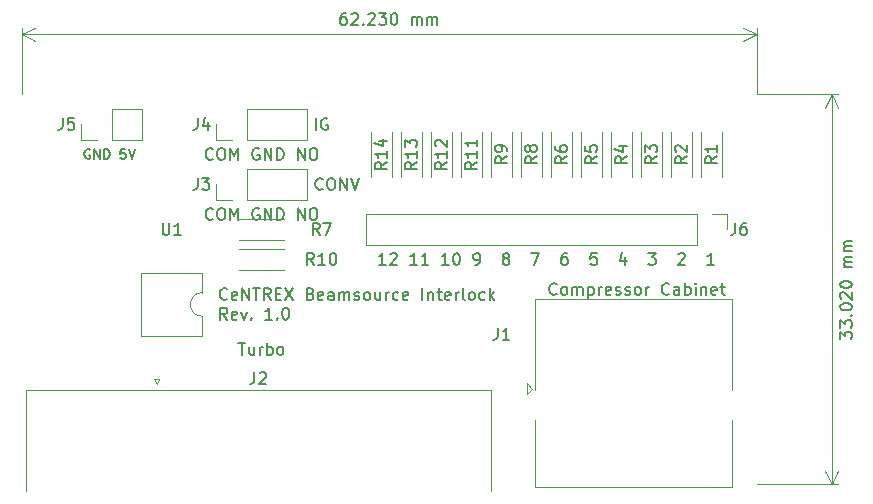
<source format=gto>
G04 #@! TF.GenerationSoftware,KiCad,Pcbnew,(6.0.0-rc1-dev-392-gd9d005190)*
G04 #@! TF.CreationDate,2019-08-06T20:11:49-04:00*
G04 #@! TF.ProjectId,relay_ctrl,72656C61795F6374726C2E6B69636164,rev?*
G04 #@! TF.SameCoordinates,Original*
G04 #@! TF.FileFunction,Legend,Top*
G04 #@! TF.FilePolarity,Positive*
%FSLAX46Y46*%
G04 Gerber Fmt 4.6, Leading zero omitted, Abs format (unit mm)*
G04 Created by KiCad (PCBNEW (6.0.0-rc1-dev-392-gd9d005190)) date 08/06/19 20:11:49*
%MOMM*%
%LPD*%
G01*
G04 APERTURE LIST*
%ADD10C,0.150000*%
%ADD11C,0.120000*%
G04 APERTURE END LIST*
D10*
X150820952Y-121007142D02*
X150773333Y-121054761D01*
X150630476Y-121102380D01*
X150535238Y-121102380D01*
X150392380Y-121054761D01*
X150297142Y-120959523D01*
X150249523Y-120864285D01*
X150201904Y-120673809D01*
X150201904Y-120530952D01*
X150249523Y-120340476D01*
X150297142Y-120245238D01*
X150392380Y-120150000D01*
X150535238Y-120102380D01*
X150630476Y-120102380D01*
X150773333Y-120150000D01*
X150820952Y-120197619D01*
X151440000Y-120102380D02*
X151630476Y-120102380D01*
X151725714Y-120150000D01*
X151820952Y-120245238D01*
X151868571Y-120435714D01*
X151868571Y-120769047D01*
X151820952Y-120959523D01*
X151725714Y-121054761D01*
X151630476Y-121102380D01*
X151440000Y-121102380D01*
X151344761Y-121054761D01*
X151249523Y-120959523D01*
X151201904Y-120769047D01*
X151201904Y-120435714D01*
X151249523Y-120245238D01*
X151344761Y-120150000D01*
X151440000Y-120102380D01*
X152297142Y-121102380D02*
X152297142Y-120102380D01*
X152630476Y-120816666D01*
X152963809Y-120102380D01*
X152963809Y-121102380D01*
X154725714Y-120150000D02*
X154630476Y-120102380D01*
X154487619Y-120102380D01*
X154344761Y-120150000D01*
X154249523Y-120245238D01*
X154201904Y-120340476D01*
X154154285Y-120530952D01*
X154154285Y-120673809D01*
X154201904Y-120864285D01*
X154249523Y-120959523D01*
X154344761Y-121054761D01*
X154487619Y-121102380D01*
X154582857Y-121102380D01*
X154725714Y-121054761D01*
X154773333Y-121007142D01*
X154773333Y-120673809D01*
X154582857Y-120673809D01*
X155201904Y-121102380D02*
X155201904Y-120102380D01*
X155773333Y-121102380D01*
X155773333Y-120102380D01*
X156249523Y-121102380D02*
X156249523Y-120102380D01*
X156487619Y-120102380D01*
X156630476Y-120150000D01*
X156725714Y-120245238D01*
X156773333Y-120340476D01*
X156820952Y-120530952D01*
X156820952Y-120673809D01*
X156773333Y-120864285D01*
X156725714Y-120959523D01*
X156630476Y-121054761D01*
X156487619Y-121102380D01*
X156249523Y-121102380D01*
X158011428Y-121102380D02*
X158011428Y-120102380D01*
X158582857Y-121102380D01*
X158582857Y-120102380D01*
X159249523Y-120102380D02*
X159440000Y-120102380D01*
X159535238Y-120150000D01*
X159630476Y-120245238D01*
X159678095Y-120435714D01*
X159678095Y-120769047D01*
X159630476Y-120959523D01*
X159535238Y-121054761D01*
X159440000Y-121102380D01*
X159249523Y-121102380D01*
X159154285Y-121054761D01*
X159059047Y-120959523D01*
X159011428Y-120769047D01*
X159011428Y-120435714D01*
X159059047Y-120245238D01*
X159154285Y-120150000D01*
X159249523Y-120102380D01*
X150820952Y-115927142D02*
X150773333Y-115974761D01*
X150630476Y-116022380D01*
X150535238Y-116022380D01*
X150392380Y-115974761D01*
X150297142Y-115879523D01*
X150249523Y-115784285D01*
X150201904Y-115593809D01*
X150201904Y-115450952D01*
X150249523Y-115260476D01*
X150297142Y-115165238D01*
X150392380Y-115070000D01*
X150535238Y-115022380D01*
X150630476Y-115022380D01*
X150773333Y-115070000D01*
X150820952Y-115117619D01*
X151440000Y-115022380D02*
X151630476Y-115022380D01*
X151725714Y-115070000D01*
X151820952Y-115165238D01*
X151868571Y-115355714D01*
X151868571Y-115689047D01*
X151820952Y-115879523D01*
X151725714Y-115974761D01*
X151630476Y-116022380D01*
X151440000Y-116022380D01*
X151344761Y-115974761D01*
X151249523Y-115879523D01*
X151201904Y-115689047D01*
X151201904Y-115355714D01*
X151249523Y-115165238D01*
X151344761Y-115070000D01*
X151440000Y-115022380D01*
X152297142Y-116022380D02*
X152297142Y-115022380D01*
X152630476Y-115736666D01*
X152963809Y-115022380D01*
X152963809Y-116022380D01*
X154725714Y-115070000D02*
X154630476Y-115022380D01*
X154487619Y-115022380D01*
X154344761Y-115070000D01*
X154249523Y-115165238D01*
X154201904Y-115260476D01*
X154154285Y-115450952D01*
X154154285Y-115593809D01*
X154201904Y-115784285D01*
X154249523Y-115879523D01*
X154344761Y-115974761D01*
X154487619Y-116022380D01*
X154582857Y-116022380D01*
X154725714Y-115974761D01*
X154773333Y-115927142D01*
X154773333Y-115593809D01*
X154582857Y-115593809D01*
X155201904Y-116022380D02*
X155201904Y-115022380D01*
X155773333Y-116022380D01*
X155773333Y-115022380D01*
X156249523Y-116022380D02*
X156249523Y-115022380D01*
X156487619Y-115022380D01*
X156630476Y-115070000D01*
X156725714Y-115165238D01*
X156773333Y-115260476D01*
X156820952Y-115450952D01*
X156820952Y-115593809D01*
X156773333Y-115784285D01*
X156725714Y-115879523D01*
X156630476Y-115974761D01*
X156487619Y-116022380D01*
X156249523Y-116022380D01*
X158011428Y-116022380D02*
X158011428Y-115022380D01*
X158582857Y-116022380D01*
X158582857Y-115022380D01*
X159249523Y-115022380D02*
X159440000Y-115022380D01*
X159535238Y-115070000D01*
X159630476Y-115165238D01*
X159678095Y-115355714D01*
X159678095Y-115689047D01*
X159630476Y-115879523D01*
X159535238Y-115974761D01*
X159440000Y-116022380D01*
X159249523Y-116022380D01*
X159154285Y-115974761D01*
X159059047Y-115879523D01*
X159011428Y-115689047D01*
X159011428Y-115355714D01*
X159059047Y-115165238D01*
X159154285Y-115070000D01*
X159249523Y-115022380D01*
X160123333Y-118467142D02*
X160075714Y-118514761D01*
X159932857Y-118562380D01*
X159837619Y-118562380D01*
X159694761Y-118514761D01*
X159599523Y-118419523D01*
X159551904Y-118324285D01*
X159504285Y-118133809D01*
X159504285Y-117990952D01*
X159551904Y-117800476D01*
X159599523Y-117705238D01*
X159694761Y-117610000D01*
X159837619Y-117562380D01*
X159932857Y-117562380D01*
X160075714Y-117610000D01*
X160123333Y-117657619D01*
X160742380Y-117562380D02*
X160932857Y-117562380D01*
X161028095Y-117610000D01*
X161123333Y-117705238D01*
X161170952Y-117895714D01*
X161170952Y-118229047D01*
X161123333Y-118419523D01*
X161028095Y-118514761D01*
X160932857Y-118562380D01*
X160742380Y-118562380D01*
X160647142Y-118514761D01*
X160551904Y-118419523D01*
X160504285Y-118229047D01*
X160504285Y-117895714D01*
X160551904Y-117705238D01*
X160647142Y-117610000D01*
X160742380Y-117562380D01*
X161599523Y-118562380D02*
X161599523Y-117562380D01*
X162170952Y-118562380D01*
X162170952Y-117562380D01*
X162504285Y-117562380D02*
X162837619Y-118562380D01*
X163170952Y-117562380D01*
X159520000Y-113482380D02*
X159520000Y-112482380D01*
X160520000Y-112530000D02*
X160424761Y-112482380D01*
X160281904Y-112482380D01*
X160139047Y-112530000D01*
X160043809Y-112625238D01*
X159996190Y-112720476D01*
X159948571Y-112910952D01*
X159948571Y-113053809D01*
X159996190Y-113244285D01*
X160043809Y-113339523D01*
X160139047Y-113434761D01*
X160281904Y-113482380D01*
X160377142Y-113482380D01*
X160520000Y-113434761D01*
X160567619Y-113387142D01*
X160567619Y-113053809D01*
X160377142Y-113053809D01*
X162068333Y-103592381D02*
X161877857Y-103592381D01*
X161782619Y-103640001D01*
X161735000Y-103687620D01*
X161639761Y-103830477D01*
X161592142Y-104020953D01*
X161592142Y-104401905D01*
X161639761Y-104497143D01*
X161687380Y-104544762D01*
X161782619Y-104592381D01*
X161973095Y-104592381D01*
X162068333Y-104544762D01*
X162115952Y-104497143D01*
X162163571Y-104401905D01*
X162163571Y-104163810D01*
X162115952Y-104068572D01*
X162068333Y-104020953D01*
X161973095Y-103973334D01*
X161782619Y-103973334D01*
X161687380Y-104020953D01*
X161639761Y-104068572D01*
X161592142Y-104163810D01*
X162544523Y-103687620D02*
X162592142Y-103640001D01*
X162687380Y-103592381D01*
X162925476Y-103592381D01*
X163020714Y-103640001D01*
X163068333Y-103687620D01*
X163115952Y-103782858D01*
X163115952Y-103878096D01*
X163068333Y-104020953D01*
X162496904Y-104592381D01*
X163115952Y-104592381D01*
X163544523Y-104497143D02*
X163592142Y-104544762D01*
X163544523Y-104592381D01*
X163496904Y-104544762D01*
X163544523Y-104497143D01*
X163544523Y-104592381D01*
X163973095Y-103687620D02*
X164020714Y-103640001D01*
X164115952Y-103592381D01*
X164354047Y-103592381D01*
X164449285Y-103640001D01*
X164496904Y-103687620D01*
X164544523Y-103782858D01*
X164544523Y-103878096D01*
X164496904Y-104020953D01*
X163925476Y-104592381D01*
X164544523Y-104592381D01*
X164877857Y-103592381D02*
X165496904Y-103592381D01*
X165163571Y-103973334D01*
X165306428Y-103973334D01*
X165401666Y-104020953D01*
X165449285Y-104068572D01*
X165496904Y-104163810D01*
X165496904Y-104401905D01*
X165449285Y-104497143D01*
X165401666Y-104544762D01*
X165306428Y-104592381D01*
X165020714Y-104592381D01*
X164925476Y-104544762D01*
X164877857Y-104497143D01*
X166115952Y-103592381D02*
X166211190Y-103592381D01*
X166306428Y-103640001D01*
X166354047Y-103687620D01*
X166401666Y-103782858D01*
X166449285Y-103973334D01*
X166449285Y-104211429D01*
X166401666Y-104401905D01*
X166354047Y-104497143D01*
X166306428Y-104544762D01*
X166211190Y-104592381D01*
X166115952Y-104592381D01*
X166020714Y-104544762D01*
X165973095Y-104497143D01*
X165925476Y-104401905D01*
X165877857Y-104211429D01*
X165877857Y-103973334D01*
X165925476Y-103782858D01*
X165973095Y-103687620D01*
X166020714Y-103640001D01*
X166115952Y-103592381D01*
X167639761Y-104592381D02*
X167639761Y-103925715D01*
X167639761Y-104020953D02*
X167687380Y-103973334D01*
X167782619Y-103925715D01*
X167925476Y-103925715D01*
X168020714Y-103973334D01*
X168068333Y-104068572D01*
X168068333Y-104592381D01*
X168068333Y-104068572D02*
X168115952Y-103973334D01*
X168211190Y-103925715D01*
X168354047Y-103925715D01*
X168449285Y-103973334D01*
X168496904Y-104068572D01*
X168496904Y-104592381D01*
X168973095Y-104592381D02*
X168973095Y-103925715D01*
X168973095Y-104020953D02*
X169020714Y-103973334D01*
X169115952Y-103925715D01*
X169258809Y-103925715D01*
X169354047Y-103973334D01*
X169401666Y-104068572D01*
X169401666Y-104592381D01*
X169401666Y-104068572D02*
X169449285Y-103973334D01*
X169544523Y-103925715D01*
X169687380Y-103925715D01*
X169782619Y-103973334D01*
X169830238Y-104068572D01*
X169830238Y-104592381D01*
D11*
X196850000Y-105410001D02*
X134620000Y-105410001D01*
X196850000Y-110490000D02*
X196850000Y-104823580D01*
X134620000Y-110490000D02*
X134620000Y-104823580D01*
X134620000Y-105410001D02*
X135746504Y-104823580D01*
X134620000Y-105410001D02*
X135746504Y-105996422D01*
X196850000Y-105410001D02*
X195723496Y-104823580D01*
X196850000Y-105410001D02*
X195723496Y-105996422D01*
D10*
X203922380Y-131190476D02*
X203922380Y-130571428D01*
X204303333Y-130904761D01*
X204303333Y-130761904D01*
X204350952Y-130666666D01*
X204398571Y-130619047D01*
X204493809Y-130571428D01*
X204731904Y-130571428D01*
X204827142Y-130619047D01*
X204874761Y-130666666D01*
X204922380Y-130761904D01*
X204922380Y-131047619D01*
X204874761Y-131142857D01*
X204827142Y-131190476D01*
X203922380Y-130238095D02*
X203922380Y-129619047D01*
X204303333Y-129952380D01*
X204303333Y-129809523D01*
X204350952Y-129714285D01*
X204398571Y-129666666D01*
X204493809Y-129619047D01*
X204731904Y-129619047D01*
X204827142Y-129666666D01*
X204874761Y-129714285D01*
X204922380Y-129809523D01*
X204922380Y-130095238D01*
X204874761Y-130190476D01*
X204827142Y-130238095D01*
X204827142Y-129190476D02*
X204874761Y-129142857D01*
X204922380Y-129190476D01*
X204874761Y-129238095D01*
X204827142Y-129190476D01*
X204922380Y-129190476D01*
X203922380Y-128523809D02*
X203922380Y-128428571D01*
X203970000Y-128333333D01*
X204017619Y-128285714D01*
X204112857Y-128238095D01*
X204303333Y-128190476D01*
X204541428Y-128190476D01*
X204731904Y-128238095D01*
X204827142Y-128285714D01*
X204874761Y-128333333D01*
X204922380Y-128428571D01*
X204922380Y-128523809D01*
X204874761Y-128619047D01*
X204827142Y-128666666D01*
X204731904Y-128714285D01*
X204541428Y-128761904D01*
X204303333Y-128761904D01*
X204112857Y-128714285D01*
X204017619Y-128666666D01*
X203970000Y-128619047D01*
X203922380Y-128523809D01*
X204017619Y-127809523D02*
X203970000Y-127761904D01*
X203922380Y-127666666D01*
X203922380Y-127428571D01*
X203970000Y-127333333D01*
X204017619Y-127285714D01*
X204112857Y-127238095D01*
X204208095Y-127238095D01*
X204350952Y-127285714D01*
X204922380Y-127857142D01*
X204922380Y-127238095D01*
X203922380Y-126619047D02*
X203922380Y-126523809D01*
X203970000Y-126428571D01*
X204017619Y-126380952D01*
X204112857Y-126333333D01*
X204303333Y-126285714D01*
X204541428Y-126285714D01*
X204731904Y-126333333D01*
X204827142Y-126380952D01*
X204874761Y-126428571D01*
X204922380Y-126523809D01*
X204922380Y-126619047D01*
X204874761Y-126714285D01*
X204827142Y-126761904D01*
X204731904Y-126809523D01*
X204541428Y-126857142D01*
X204303333Y-126857142D01*
X204112857Y-126809523D01*
X204017619Y-126761904D01*
X203970000Y-126714285D01*
X203922380Y-126619047D01*
X204922380Y-125095238D02*
X204255714Y-125095238D01*
X204350952Y-125095238D02*
X204303333Y-125047619D01*
X204255714Y-124952380D01*
X204255714Y-124809523D01*
X204303333Y-124714285D01*
X204398571Y-124666666D01*
X204922380Y-124666666D01*
X204398571Y-124666666D02*
X204303333Y-124619047D01*
X204255714Y-124523809D01*
X204255714Y-124380952D01*
X204303333Y-124285714D01*
X204398571Y-124238095D01*
X204922380Y-124238095D01*
X204922380Y-123761904D02*
X204255714Y-123761904D01*
X204350952Y-123761904D02*
X204303333Y-123714285D01*
X204255714Y-123619047D01*
X204255714Y-123476190D01*
X204303333Y-123380952D01*
X204398571Y-123333333D01*
X204922380Y-123333333D01*
X204398571Y-123333333D02*
X204303333Y-123285714D01*
X204255714Y-123190476D01*
X204255714Y-123047619D01*
X204303333Y-122952380D01*
X204398571Y-122904761D01*
X204922380Y-122904761D01*
D11*
X203200000Y-143510000D02*
X203200000Y-110490000D01*
X196850000Y-143510000D02*
X203786421Y-143510000D01*
X196850000Y-110490000D02*
X203786421Y-110490000D01*
X203200000Y-110490000D02*
X203786421Y-111616504D01*
X203200000Y-110490000D02*
X202613579Y-111616504D01*
X203200000Y-143510000D02*
X203786421Y-142383496D01*
X203200000Y-143510000D02*
X202613579Y-142383496D01*
D10*
X152037023Y-127802142D02*
X151989404Y-127849761D01*
X151846547Y-127897380D01*
X151751309Y-127897380D01*
X151608452Y-127849761D01*
X151513214Y-127754523D01*
X151465595Y-127659285D01*
X151417976Y-127468809D01*
X151417976Y-127325952D01*
X151465595Y-127135476D01*
X151513214Y-127040238D01*
X151608452Y-126945000D01*
X151751309Y-126897380D01*
X151846547Y-126897380D01*
X151989404Y-126945000D01*
X152037023Y-126992619D01*
X152846547Y-127849761D02*
X152751309Y-127897380D01*
X152560833Y-127897380D01*
X152465595Y-127849761D01*
X152417976Y-127754523D01*
X152417976Y-127373571D01*
X152465595Y-127278333D01*
X152560833Y-127230714D01*
X152751309Y-127230714D01*
X152846547Y-127278333D01*
X152894166Y-127373571D01*
X152894166Y-127468809D01*
X152417976Y-127564047D01*
X153322738Y-127897380D02*
X153322738Y-126897380D01*
X153894166Y-127897380D01*
X153894166Y-126897380D01*
X154227500Y-126897380D02*
X154798928Y-126897380D01*
X154513214Y-127897380D02*
X154513214Y-126897380D01*
X155703690Y-127897380D02*
X155370357Y-127421190D01*
X155132261Y-127897380D02*
X155132261Y-126897380D01*
X155513214Y-126897380D01*
X155608452Y-126945000D01*
X155656071Y-126992619D01*
X155703690Y-127087857D01*
X155703690Y-127230714D01*
X155656071Y-127325952D01*
X155608452Y-127373571D01*
X155513214Y-127421190D01*
X155132261Y-127421190D01*
X156132261Y-127373571D02*
X156465595Y-127373571D01*
X156608452Y-127897380D02*
X156132261Y-127897380D01*
X156132261Y-126897380D01*
X156608452Y-126897380D01*
X156941785Y-126897380D02*
X157608452Y-127897380D01*
X157608452Y-126897380D02*
X156941785Y-127897380D01*
X159084642Y-127373571D02*
X159227500Y-127421190D01*
X159275119Y-127468809D01*
X159322738Y-127564047D01*
X159322738Y-127706904D01*
X159275119Y-127802142D01*
X159227500Y-127849761D01*
X159132261Y-127897380D01*
X158751309Y-127897380D01*
X158751309Y-126897380D01*
X159084642Y-126897380D01*
X159179880Y-126945000D01*
X159227500Y-126992619D01*
X159275119Y-127087857D01*
X159275119Y-127183095D01*
X159227500Y-127278333D01*
X159179880Y-127325952D01*
X159084642Y-127373571D01*
X158751309Y-127373571D01*
X160132261Y-127849761D02*
X160037023Y-127897380D01*
X159846547Y-127897380D01*
X159751309Y-127849761D01*
X159703690Y-127754523D01*
X159703690Y-127373571D01*
X159751309Y-127278333D01*
X159846547Y-127230714D01*
X160037023Y-127230714D01*
X160132261Y-127278333D01*
X160179880Y-127373571D01*
X160179880Y-127468809D01*
X159703690Y-127564047D01*
X161037023Y-127897380D02*
X161037023Y-127373571D01*
X160989404Y-127278333D01*
X160894166Y-127230714D01*
X160703690Y-127230714D01*
X160608452Y-127278333D01*
X161037023Y-127849761D02*
X160941785Y-127897380D01*
X160703690Y-127897380D01*
X160608452Y-127849761D01*
X160560833Y-127754523D01*
X160560833Y-127659285D01*
X160608452Y-127564047D01*
X160703690Y-127516428D01*
X160941785Y-127516428D01*
X161037023Y-127468809D01*
X161513214Y-127897380D02*
X161513214Y-127230714D01*
X161513214Y-127325952D02*
X161560833Y-127278333D01*
X161656071Y-127230714D01*
X161798928Y-127230714D01*
X161894166Y-127278333D01*
X161941785Y-127373571D01*
X161941785Y-127897380D01*
X161941785Y-127373571D02*
X161989404Y-127278333D01*
X162084642Y-127230714D01*
X162227500Y-127230714D01*
X162322738Y-127278333D01*
X162370357Y-127373571D01*
X162370357Y-127897380D01*
X162798928Y-127849761D02*
X162894166Y-127897380D01*
X163084642Y-127897380D01*
X163179880Y-127849761D01*
X163227500Y-127754523D01*
X163227500Y-127706904D01*
X163179880Y-127611666D01*
X163084642Y-127564047D01*
X162941785Y-127564047D01*
X162846547Y-127516428D01*
X162798928Y-127421190D01*
X162798928Y-127373571D01*
X162846547Y-127278333D01*
X162941785Y-127230714D01*
X163084642Y-127230714D01*
X163179880Y-127278333D01*
X163798928Y-127897380D02*
X163703690Y-127849761D01*
X163656071Y-127802142D01*
X163608452Y-127706904D01*
X163608452Y-127421190D01*
X163656071Y-127325952D01*
X163703690Y-127278333D01*
X163798928Y-127230714D01*
X163941785Y-127230714D01*
X164037023Y-127278333D01*
X164084642Y-127325952D01*
X164132261Y-127421190D01*
X164132261Y-127706904D01*
X164084642Y-127802142D01*
X164037023Y-127849761D01*
X163941785Y-127897380D01*
X163798928Y-127897380D01*
X164989404Y-127230714D02*
X164989404Y-127897380D01*
X164560833Y-127230714D02*
X164560833Y-127754523D01*
X164608452Y-127849761D01*
X164703690Y-127897380D01*
X164846547Y-127897380D01*
X164941785Y-127849761D01*
X164989404Y-127802142D01*
X165465595Y-127897380D02*
X165465595Y-127230714D01*
X165465595Y-127421190D02*
X165513214Y-127325952D01*
X165560833Y-127278333D01*
X165656071Y-127230714D01*
X165751309Y-127230714D01*
X166513214Y-127849761D02*
X166417976Y-127897380D01*
X166227500Y-127897380D01*
X166132261Y-127849761D01*
X166084642Y-127802142D01*
X166037023Y-127706904D01*
X166037023Y-127421190D01*
X166084642Y-127325952D01*
X166132261Y-127278333D01*
X166227500Y-127230714D01*
X166417976Y-127230714D01*
X166513214Y-127278333D01*
X167322738Y-127849761D02*
X167227500Y-127897380D01*
X167037023Y-127897380D01*
X166941785Y-127849761D01*
X166894166Y-127754523D01*
X166894166Y-127373571D01*
X166941785Y-127278333D01*
X167037023Y-127230714D01*
X167227500Y-127230714D01*
X167322738Y-127278333D01*
X167370357Y-127373571D01*
X167370357Y-127468809D01*
X166894166Y-127564047D01*
X168560833Y-127897380D02*
X168560833Y-126897380D01*
X169037023Y-127230714D02*
X169037023Y-127897380D01*
X169037023Y-127325952D02*
X169084642Y-127278333D01*
X169179880Y-127230714D01*
X169322738Y-127230714D01*
X169417976Y-127278333D01*
X169465595Y-127373571D01*
X169465595Y-127897380D01*
X169798928Y-127230714D02*
X170179880Y-127230714D01*
X169941785Y-126897380D02*
X169941785Y-127754523D01*
X169989404Y-127849761D01*
X170084642Y-127897380D01*
X170179880Y-127897380D01*
X170894166Y-127849761D02*
X170798928Y-127897380D01*
X170608452Y-127897380D01*
X170513214Y-127849761D01*
X170465595Y-127754523D01*
X170465595Y-127373571D01*
X170513214Y-127278333D01*
X170608452Y-127230714D01*
X170798928Y-127230714D01*
X170894166Y-127278333D01*
X170941785Y-127373571D01*
X170941785Y-127468809D01*
X170465595Y-127564047D01*
X171370357Y-127897380D02*
X171370357Y-127230714D01*
X171370357Y-127421190D02*
X171417976Y-127325952D01*
X171465595Y-127278333D01*
X171560833Y-127230714D01*
X171656071Y-127230714D01*
X172132261Y-127897380D02*
X172037023Y-127849761D01*
X171989404Y-127754523D01*
X171989404Y-126897380D01*
X172656071Y-127897380D02*
X172560833Y-127849761D01*
X172513214Y-127802142D01*
X172465595Y-127706904D01*
X172465595Y-127421190D01*
X172513214Y-127325952D01*
X172560833Y-127278333D01*
X172656071Y-127230714D01*
X172798928Y-127230714D01*
X172894166Y-127278333D01*
X172941785Y-127325952D01*
X172989404Y-127421190D01*
X172989404Y-127706904D01*
X172941785Y-127802142D01*
X172894166Y-127849761D01*
X172798928Y-127897380D01*
X172656071Y-127897380D01*
X173846547Y-127849761D02*
X173751309Y-127897380D01*
X173560833Y-127897380D01*
X173465595Y-127849761D01*
X173417976Y-127802142D01*
X173370357Y-127706904D01*
X173370357Y-127421190D01*
X173417976Y-127325952D01*
X173465595Y-127278333D01*
X173560833Y-127230714D01*
X173751309Y-127230714D01*
X173846547Y-127278333D01*
X174275119Y-127897380D02*
X174275119Y-126897380D01*
X174370357Y-127516428D02*
X174656071Y-127897380D01*
X174656071Y-127230714D02*
X174275119Y-127611666D01*
X152037023Y-129547380D02*
X151703690Y-129071190D01*
X151465595Y-129547380D02*
X151465595Y-128547380D01*
X151846547Y-128547380D01*
X151941785Y-128595000D01*
X151989404Y-128642619D01*
X152037023Y-128737857D01*
X152037023Y-128880714D01*
X151989404Y-128975952D01*
X151941785Y-129023571D01*
X151846547Y-129071190D01*
X151465595Y-129071190D01*
X152846547Y-129499761D02*
X152751309Y-129547380D01*
X152560833Y-129547380D01*
X152465595Y-129499761D01*
X152417976Y-129404523D01*
X152417976Y-129023571D01*
X152465595Y-128928333D01*
X152560833Y-128880714D01*
X152751309Y-128880714D01*
X152846547Y-128928333D01*
X152894166Y-129023571D01*
X152894166Y-129118809D01*
X152417976Y-129214047D01*
X153227500Y-128880714D02*
X153465595Y-129547380D01*
X153703690Y-128880714D01*
X154084642Y-129452142D02*
X154132261Y-129499761D01*
X154084642Y-129547380D01*
X154037023Y-129499761D01*
X154084642Y-129452142D01*
X154084642Y-129547380D01*
X155846547Y-129547380D02*
X155275119Y-129547380D01*
X155560833Y-129547380D02*
X155560833Y-128547380D01*
X155465595Y-128690238D01*
X155370357Y-128785476D01*
X155275119Y-128833095D01*
X156275119Y-129452142D02*
X156322738Y-129499761D01*
X156275119Y-129547380D01*
X156227500Y-129499761D01*
X156275119Y-129452142D01*
X156275119Y-129547380D01*
X156941785Y-128547380D02*
X157037023Y-128547380D01*
X157132261Y-128595000D01*
X157179880Y-128642619D01*
X157227500Y-128737857D01*
X157275119Y-128928333D01*
X157275119Y-129166428D01*
X157227500Y-129356904D01*
X157179880Y-129452142D01*
X157132261Y-129499761D01*
X157037023Y-129547380D01*
X156941785Y-129547380D01*
X156846547Y-129499761D01*
X156798928Y-129452142D01*
X156751309Y-129356904D01*
X156703690Y-129166428D01*
X156703690Y-128928333D01*
X156751309Y-128737857D01*
X156798928Y-128642619D01*
X156846547Y-128595000D01*
X156941785Y-128547380D01*
X165450952Y-124912380D02*
X164879523Y-124912380D01*
X165165238Y-124912380D02*
X165165238Y-123912380D01*
X165070000Y-124055238D01*
X164974761Y-124150476D01*
X164879523Y-124198095D01*
X165831904Y-124007619D02*
X165879523Y-123960000D01*
X165974761Y-123912380D01*
X166212857Y-123912380D01*
X166308095Y-123960000D01*
X166355714Y-124007619D01*
X166403333Y-124102857D01*
X166403333Y-124198095D01*
X166355714Y-124340952D01*
X165784285Y-124912380D01*
X166403333Y-124912380D01*
X168117619Y-124912380D02*
X167546190Y-124912380D01*
X167831904Y-124912380D02*
X167831904Y-123912380D01*
X167736666Y-124055238D01*
X167641428Y-124150476D01*
X167546190Y-124198095D01*
X169070000Y-124912380D02*
X168498571Y-124912380D01*
X168784285Y-124912380D02*
X168784285Y-123912380D01*
X168689047Y-124055238D01*
X168593809Y-124150476D01*
X168498571Y-124198095D01*
X170784285Y-124912380D02*
X170212857Y-124912380D01*
X170498571Y-124912380D02*
X170498571Y-123912380D01*
X170403333Y-124055238D01*
X170308095Y-124150476D01*
X170212857Y-124198095D01*
X171403333Y-123912380D02*
X171498571Y-123912380D01*
X171593809Y-123960000D01*
X171641428Y-124007619D01*
X171689047Y-124102857D01*
X171736666Y-124293333D01*
X171736666Y-124531428D01*
X171689047Y-124721904D01*
X171641428Y-124817142D01*
X171593809Y-124864761D01*
X171498571Y-124912380D01*
X171403333Y-124912380D01*
X171308095Y-124864761D01*
X171260476Y-124817142D01*
X171212857Y-124721904D01*
X171165238Y-124531428D01*
X171165238Y-124293333D01*
X171212857Y-124102857D01*
X171260476Y-124007619D01*
X171308095Y-123960000D01*
X171403333Y-123912380D01*
X172974761Y-124912380D02*
X173165238Y-124912380D01*
X173260476Y-124864761D01*
X173308095Y-124817142D01*
X173403333Y-124674285D01*
X173450952Y-124483809D01*
X173450952Y-124102857D01*
X173403333Y-124007619D01*
X173355714Y-123960000D01*
X173260476Y-123912380D01*
X173070000Y-123912380D01*
X172974761Y-123960000D01*
X172927142Y-124007619D01*
X172879523Y-124102857D01*
X172879523Y-124340952D01*
X172927142Y-124436190D01*
X172974761Y-124483809D01*
X173070000Y-124531428D01*
X173260476Y-124531428D01*
X173355714Y-124483809D01*
X173403333Y-124436190D01*
X173450952Y-124340952D01*
X175546190Y-124340952D02*
X175450952Y-124293333D01*
X175403333Y-124245714D01*
X175355714Y-124150476D01*
X175355714Y-124102857D01*
X175403333Y-124007619D01*
X175450952Y-123960000D01*
X175546190Y-123912380D01*
X175736666Y-123912380D01*
X175831904Y-123960000D01*
X175879523Y-124007619D01*
X175927142Y-124102857D01*
X175927142Y-124150476D01*
X175879523Y-124245714D01*
X175831904Y-124293333D01*
X175736666Y-124340952D01*
X175546190Y-124340952D01*
X175450952Y-124388571D01*
X175403333Y-124436190D01*
X175355714Y-124531428D01*
X175355714Y-124721904D01*
X175403333Y-124817142D01*
X175450952Y-124864761D01*
X175546190Y-124912380D01*
X175736666Y-124912380D01*
X175831904Y-124864761D01*
X175879523Y-124817142D01*
X175927142Y-124721904D01*
X175927142Y-124531428D01*
X175879523Y-124436190D01*
X175831904Y-124388571D01*
X175736666Y-124340952D01*
X177784285Y-123912380D02*
X178450952Y-123912380D01*
X178022380Y-124912380D01*
X180784285Y-123912380D02*
X180593809Y-123912380D01*
X180498571Y-123960000D01*
X180450952Y-124007619D01*
X180355714Y-124150476D01*
X180308095Y-124340952D01*
X180308095Y-124721904D01*
X180355714Y-124817142D01*
X180403333Y-124864761D01*
X180498571Y-124912380D01*
X180689047Y-124912380D01*
X180784285Y-124864761D01*
X180831904Y-124817142D01*
X180879523Y-124721904D01*
X180879523Y-124483809D01*
X180831904Y-124388571D01*
X180784285Y-124340952D01*
X180689047Y-124293333D01*
X180498571Y-124293333D01*
X180403333Y-124340952D01*
X180355714Y-124388571D01*
X180308095Y-124483809D01*
X183308095Y-123912380D02*
X182831904Y-123912380D01*
X182784285Y-124388571D01*
X182831904Y-124340952D01*
X182927142Y-124293333D01*
X183165238Y-124293333D01*
X183260476Y-124340952D01*
X183308095Y-124388571D01*
X183355714Y-124483809D01*
X183355714Y-124721904D01*
X183308095Y-124817142D01*
X183260476Y-124864761D01*
X183165238Y-124912380D01*
X182927142Y-124912380D01*
X182831904Y-124864761D01*
X182784285Y-124817142D01*
X185736666Y-124245714D02*
X185736666Y-124912380D01*
X185498571Y-123864761D02*
X185260476Y-124579047D01*
X185879523Y-124579047D01*
X187689047Y-123912380D02*
X188308095Y-123912380D01*
X187974761Y-124293333D01*
X188117619Y-124293333D01*
X188212857Y-124340952D01*
X188260476Y-124388571D01*
X188308095Y-124483809D01*
X188308095Y-124721904D01*
X188260476Y-124817142D01*
X188212857Y-124864761D01*
X188117619Y-124912380D01*
X187831904Y-124912380D01*
X187736666Y-124864761D01*
X187689047Y-124817142D01*
X190212857Y-124007619D02*
X190260476Y-123960000D01*
X190355714Y-123912380D01*
X190593809Y-123912380D01*
X190689047Y-123960000D01*
X190736666Y-124007619D01*
X190784285Y-124102857D01*
X190784285Y-124198095D01*
X190736666Y-124340952D01*
X190165238Y-124912380D01*
X190784285Y-124912380D01*
X193260476Y-124912380D02*
X192689047Y-124912380D01*
X192974761Y-124912380D02*
X192974761Y-123912380D01*
X192879523Y-124055238D01*
X192784285Y-124150476D01*
X192689047Y-124198095D01*
X179928095Y-127357142D02*
X179880476Y-127404761D01*
X179737619Y-127452380D01*
X179642380Y-127452380D01*
X179499523Y-127404761D01*
X179404285Y-127309523D01*
X179356666Y-127214285D01*
X179309047Y-127023809D01*
X179309047Y-126880952D01*
X179356666Y-126690476D01*
X179404285Y-126595238D01*
X179499523Y-126500000D01*
X179642380Y-126452380D01*
X179737619Y-126452380D01*
X179880476Y-126500000D01*
X179928095Y-126547619D01*
X180499523Y-127452380D02*
X180404285Y-127404761D01*
X180356666Y-127357142D01*
X180309047Y-127261904D01*
X180309047Y-126976190D01*
X180356666Y-126880952D01*
X180404285Y-126833333D01*
X180499523Y-126785714D01*
X180642380Y-126785714D01*
X180737619Y-126833333D01*
X180785238Y-126880952D01*
X180832857Y-126976190D01*
X180832857Y-127261904D01*
X180785238Y-127357142D01*
X180737619Y-127404761D01*
X180642380Y-127452380D01*
X180499523Y-127452380D01*
X181261428Y-127452380D02*
X181261428Y-126785714D01*
X181261428Y-126880952D02*
X181309047Y-126833333D01*
X181404285Y-126785714D01*
X181547142Y-126785714D01*
X181642380Y-126833333D01*
X181690000Y-126928571D01*
X181690000Y-127452380D01*
X181690000Y-126928571D02*
X181737619Y-126833333D01*
X181832857Y-126785714D01*
X181975714Y-126785714D01*
X182070952Y-126833333D01*
X182118571Y-126928571D01*
X182118571Y-127452380D01*
X182594761Y-126785714D02*
X182594761Y-127785714D01*
X182594761Y-126833333D02*
X182690000Y-126785714D01*
X182880476Y-126785714D01*
X182975714Y-126833333D01*
X183023333Y-126880952D01*
X183070952Y-126976190D01*
X183070952Y-127261904D01*
X183023333Y-127357142D01*
X182975714Y-127404761D01*
X182880476Y-127452380D01*
X182690000Y-127452380D01*
X182594761Y-127404761D01*
X183499523Y-127452380D02*
X183499523Y-126785714D01*
X183499523Y-126976190D02*
X183547142Y-126880952D01*
X183594761Y-126833333D01*
X183690000Y-126785714D01*
X183785238Y-126785714D01*
X184499523Y-127404761D02*
X184404285Y-127452380D01*
X184213809Y-127452380D01*
X184118571Y-127404761D01*
X184070952Y-127309523D01*
X184070952Y-126928571D01*
X184118571Y-126833333D01*
X184213809Y-126785714D01*
X184404285Y-126785714D01*
X184499523Y-126833333D01*
X184547142Y-126928571D01*
X184547142Y-127023809D01*
X184070952Y-127119047D01*
X184928095Y-127404761D02*
X185023333Y-127452380D01*
X185213809Y-127452380D01*
X185309047Y-127404761D01*
X185356666Y-127309523D01*
X185356666Y-127261904D01*
X185309047Y-127166666D01*
X185213809Y-127119047D01*
X185070952Y-127119047D01*
X184975714Y-127071428D01*
X184928095Y-126976190D01*
X184928095Y-126928571D01*
X184975714Y-126833333D01*
X185070952Y-126785714D01*
X185213809Y-126785714D01*
X185309047Y-126833333D01*
X185737619Y-127404761D02*
X185832857Y-127452380D01*
X186023333Y-127452380D01*
X186118571Y-127404761D01*
X186166190Y-127309523D01*
X186166190Y-127261904D01*
X186118571Y-127166666D01*
X186023333Y-127119047D01*
X185880476Y-127119047D01*
X185785238Y-127071428D01*
X185737619Y-126976190D01*
X185737619Y-126928571D01*
X185785238Y-126833333D01*
X185880476Y-126785714D01*
X186023333Y-126785714D01*
X186118571Y-126833333D01*
X186737619Y-127452380D02*
X186642380Y-127404761D01*
X186594761Y-127357142D01*
X186547142Y-127261904D01*
X186547142Y-126976190D01*
X186594761Y-126880952D01*
X186642380Y-126833333D01*
X186737619Y-126785714D01*
X186880476Y-126785714D01*
X186975714Y-126833333D01*
X187023333Y-126880952D01*
X187070952Y-126976190D01*
X187070952Y-127261904D01*
X187023333Y-127357142D01*
X186975714Y-127404761D01*
X186880476Y-127452380D01*
X186737619Y-127452380D01*
X187499523Y-127452380D02*
X187499523Y-126785714D01*
X187499523Y-126976190D02*
X187547142Y-126880952D01*
X187594761Y-126833333D01*
X187690000Y-126785714D01*
X187785238Y-126785714D01*
X189451904Y-127357142D02*
X189404285Y-127404761D01*
X189261428Y-127452380D01*
X189166190Y-127452380D01*
X189023333Y-127404761D01*
X188928095Y-127309523D01*
X188880476Y-127214285D01*
X188832857Y-127023809D01*
X188832857Y-126880952D01*
X188880476Y-126690476D01*
X188928095Y-126595238D01*
X189023333Y-126500000D01*
X189166190Y-126452380D01*
X189261428Y-126452380D01*
X189404285Y-126500000D01*
X189451904Y-126547619D01*
X190309047Y-127452380D02*
X190309047Y-126928571D01*
X190261428Y-126833333D01*
X190166190Y-126785714D01*
X189975714Y-126785714D01*
X189880476Y-126833333D01*
X190309047Y-127404761D02*
X190213809Y-127452380D01*
X189975714Y-127452380D01*
X189880476Y-127404761D01*
X189832857Y-127309523D01*
X189832857Y-127214285D01*
X189880476Y-127119047D01*
X189975714Y-127071428D01*
X190213809Y-127071428D01*
X190309047Y-127023809D01*
X190785238Y-127452380D02*
X190785238Y-126452380D01*
X190785238Y-126833333D02*
X190880476Y-126785714D01*
X191070952Y-126785714D01*
X191166190Y-126833333D01*
X191213809Y-126880952D01*
X191261428Y-126976190D01*
X191261428Y-127261904D01*
X191213809Y-127357142D01*
X191166190Y-127404761D01*
X191070952Y-127452380D01*
X190880476Y-127452380D01*
X190785238Y-127404761D01*
X191690000Y-127452380D02*
X191690000Y-126785714D01*
X191690000Y-126452380D02*
X191642380Y-126500000D01*
X191690000Y-126547619D01*
X191737619Y-126500000D01*
X191690000Y-126452380D01*
X191690000Y-126547619D01*
X192166190Y-126785714D02*
X192166190Y-127452380D01*
X192166190Y-126880952D02*
X192213809Y-126833333D01*
X192309047Y-126785714D01*
X192451904Y-126785714D01*
X192547142Y-126833333D01*
X192594761Y-126928571D01*
X192594761Y-127452380D01*
X193451904Y-127404761D02*
X193356666Y-127452380D01*
X193166190Y-127452380D01*
X193070952Y-127404761D01*
X193023333Y-127309523D01*
X193023333Y-126928571D01*
X193070952Y-126833333D01*
X193166190Y-126785714D01*
X193356666Y-126785714D01*
X193451904Y-126833333D01*
X193499523Y-126928571D01*
X193499523Y-127023809D01*
X193023333Y-127119047D01*
X193785238Y-126785714D02*
X194166190Y-126785714D01*
X193928095Y-126452380D02*
X193928095Y-127309523D01*
X193975714Y-127404761D01*
X194070952Y-127452380D01*
X194166190Y-127452380D01*
X152987619Y-131532380D02*
X153559047Y-131532380D01*
X153273333Y-132532380D02*
X153273333Y-131532380D01*
X154320952Y-131865714D02*
X154320952Y-132532380D01*
X153892380Y-131865714D02*
X153892380Y-132389523D01*
X153940000Y-132484761D01*
X154035238Y-132532380D01*
X154178095Y-132532380D01*
X154273333Y-132484761D01*
X154320952Y-132437142D01*
X154797142Y-132532380D02*
X154797142Y-131865714D01*
X154797142Y-132056190D02*
X154844761Y-131960952D01*
X154892380Y-131913333D01*
X154987619Y-131865714D01*
X155082857Y-131865714D01*
X155416190Y-132532380D02*
X155416190Y-131532380D01*
X155416190Y-131913333D02*
X155511428Y-131865714D01*
X155701904Y-131865714D01*
X155797142Y-131913333D01*
X155844761Y-131960952D01*
X155892380Y-132056190D01*
X155892380Y-132341904D01*
X155844761Y-132437142D01*
X155797142Y-132484761D01*
X155701904Y-132532380D01*
X155511428Y-132532380D01*
X155416190Y-132484761D01*
X156463809Y-132532380D02*
X156368571Y-132484761D01*
X156320952Y-132437142D01*
X156273333Y-132341904D01*
X156273333Y-132056190D01*
X156320952Y-131960952D01*
X156368571Y-131913333D01*
X156463809Y-131865714D01*
X156606666Y-131865714D01*
X156701904Y-131913333D01*
X156749523Y-131960952D01*
X156797142Y-132056190D01*
X156797142Y-132341904D01*
X156749523Y-132437142D01*
X156701904Y-132484761D01*
X156606666Y-132532380D01*
X156463809Y-132532380D01*
X140407023Y-115170000D02*
X140330833Y-115131904D01*
X140216547Y-115131904D01*
X140102261Y-115170000D01*
X140026071Y-115246190D01*
X139987976Y-115322380D01*
X139949880Y-115474761D01*
X139949880Y-115589047D01*
X139987976Y-115741428D01*
X140026071Y-115817619D01*
X140102261Y-115893809D01*
X140216547Y-115931904D01*
X140292738Y-115931904D01*
X140407023Y-115893809D01*
X140445119Y-115855714D01*
X140445119Y-115589047D01*
X140292738Y-115589047D01*
X140787976Y-115931904D02*
X140787976Y-115131904D01*
X141245119Y-115931904D01*
X141245119Y-115131904D01*
X141626071Y-115931904D02*
X141626071Y-115131904D01*
X141816547Y-115131904D01*
X141930833Y-115170000D01*
X142007023Y-115246190D01*
X142045119Y-115322380D01*
X142083214Y-115474761D01*
X142083214Y-115589047D01*
X142045119Y-115741428D01*
X142007023Y-115817619D01*
X141930833Y-115893809D01*
X141816547Y-115931904D01*
X141626071Y-115931904D01*
X143416547Y-115131904D02*
X143035595Y-115131904D01*
X142997500Y-115512857D01*
X143035595Y-115474761D01*
X143111785Y-115436666D01*
X143302261Y-115436666D01*
X143378452Y-115474761D01*
X143416547Y-115512857D01*
X143454642Y-115589047D01*
X143454642Y-115779523D01*
X143416547Y-115855714D01*
X143378452Y-115893809D01*
X143302261Y-115931904D01*
X143111785Y-115931904D01*
X143035595Y-115893809D01*
X142997500Y-115855714D01*
X143683214Y-115131904D02*
X143949880Y-115931904D01*
X144216547Y-115131904D01*
D11*
G04 #@! TO.C,U1*
X149920000Y-130920000D02*
X149920000Y-129270000D01*
X144720000Y-130920000D02*
X149920000Y-130920000D01*
X144720000Y-125620000D02*
X144720000Y-130920000D01*
X149920000Y-125620000D02*
X144720000Y-125620000D01*
X149920000Y-127270000D02*
X149920000Y-125620000D01*
X149920000Y-129270000D02*
G75*
G02X149920000Y-127270000I0J1000000D01*
G01*
G04 #@! TO.C,R14*
X166020000Y-117490000D02*
X166020000Y-113650000D01*
X164180000Y-117490000D02*
X164180000Y-113650000D01*
G04 #@! TO.C,R13*
X168560000Y-117490000D02*
X168560000Y-113650000D01*
X166720000Y-117490000D02*
X166720000Y-113650000D01*
G04 #@! TO.C,R12*
X171100000Y-117490000D02*
X171100000Y-113650000D01*
X169260000Y-117490000D02*
X169260000Y-113650000D01*
G04 #@! TO.C,R11*
X173640000Y-117490000D02*
X173640000Y-113650000D01*
X171800000Y-117490000D02*
X171800000Y-113650000D01*
G04 #@! TO.C,R10*
X156860000Y-123540000D02*
X153020000Y-123540000D01*
X156860000Y-125380000D02*
X153020000Y-125380000D01*
G04 #@! TO.C,R9*
X176180000Y-117490000D02*
X176180000Y-113650000D01*
X174340000Y-117490000D02*
X174340000Y-113650000D01*
G04 #@! TO.C,R8*
X178720000Y-117490000D02*
X178720000Y-113650000D01*
X176880000Y-117490000D02*
X176880000Y-113650000D01*
G04 #@! TO.C,R7*
X156860000Y-121000000D02*
X153020000Y-121000000D01*
X156860000Y-122840000D02*
X153020000Y-122840000D01*
G04 #@! TO.C,R6*
X181260000Y-117490000D02*
X181260000Y-113650000D01*
X179420000Y-117490000D02*
X179420000Y-113650000D01*
G04 #@! TO.C,R5*
X183800000Y-117490000D02*
X183800000Y-113650000D01*
X181960000Y-117490000D02*
X181960000Y-113650000D01*
G04 #@! TO.C,R4*
X186340000Y-117490000D02*
X186340000Y-113650000D01*
X184500000Y-117490000D02*
X184500000Y-113650000D01*
G04 #@! TO.C,R3*
X188880000Y-117490000D02*
X188880000Y-113650000D01*
X187040000Y-117490000D02*
X187040000Y-113650000D01*
G04 #@! TO.C,R2*
X191420000Y-117490000D02*
X191420000Y-113650000D01*
X189580000Y-117490000D02*
X189580000Y-113650000D01*
G04 #@! TO.C,R1*
X193960000Y-117490000D02*
X193960000Y-113650000D01*
X192120000Y-117490000D02*
X192120000Y-113650000D01*
G04 #@! TO.C,J5*
X139640000Y-114360000D02*
X139640000Y-113030000D01*
X140970000Y-114360000D02*
X139640000Y-114360000D01*
X142240000Y-114360000D02*
X142240000Y-111700000D01*
X142240000Y-111700000D02*
X144840000Y-111700000D01*
X142240000Y-114360000D02*
X144840000Y-114360000D01*
X144840000Y-114360000D02*
X144840000Y-111700000D01*
G04 #@! TO.C,J4*
X151070000Y-114360000D02*
X151070000Y-113030000D01*
X152400000Y-114360000D02*
X151070000Y-114360000D01*
X153670000Y-114360000D02*
X153670000Y-111700000D01*
X153670000Y-111700000D02*
X158810000Y-111700000D01*
X153670000Y-114360000D02*
X158810000Y-114360000D01*
X158810000Y-114360000D02*
X158810000Y-111700000D01*
G04 #@! TO.C,J3*
X151070000Y-119440000D02*
X151070000Y-118110000D01*
X152400000Y-119440000D02*
X151070000Y-119440000D01*
X153670000Y-119440000D02*
X153670000Y-116780000D01*
X153670000Y-116780000D02*
X158810000Y-116780000D01*
X153670000Y-119440000D02*
X158810000Y-119440000D01*
X158810000Y-119440000D02*
X158810000Y-116780000D01*
G04 #@! TO.C,J6*
X194370000Y-120590000D02*
X194370000Y-121920000D01*
X193040000Y-120590000D02*
X194370000Y-120590000D01*
X191770000Y-120590000D02*
X191770000Y-123250000D01*
X191770000Y-123250000D02*
X163770000Y-123250000D01*
X191770000Y-120590000D02*
X163770000Y-120590000D01*
X163770000Y-120590000D02*
X163770000Y-123250000D01*
G04 #@! TO.C,J2*
X146050000Y-135028675D02*
X145800000Y-134595662D01*
X146300000Y-134595662D02*
X146050000Y-135028675D01*
X145800000Y-134595662D02*
X146300000Y-134595662D01*
X174335000Y-135490000D02*
X174335000Y-144090000D01*
X135015000Y-135490000D02*
X174335000Y-135490000D01*
X135015000Y-144090000D02*
X135015000Y-135490000D01*
G04 #@! TO.C,J1*
X177380000Y-134890000D02*
X177880000Y-135390000D01*
X177380000Y-135890000D02*
X177380000Y-134890000D01*
X177880000Y-135390000D02*
X177380000Y-135890000D01*
X194760000Y-143705000D02*
X194760000Y-138030000D01*
X178120000Y-143705000D02*
X178120000Y-138030000D01*
X178120000Y-143705000D02*
X194760000Y-143705000D01*
X194760000Y-127825000D02*
X194760000Y-135530000D01*
X178120000Y-127825000D02*
X178120000Y-135530000D01*
X178120000Y-127825000D02*
X194760000Y-127825000D01*
G04 #@! TO.C,U1*
D10*
X146558095Y-121372380D02*
X146558095Y-122181904D01*
X146605714Y-122277142D01*
X146653333Y-122324761D01*
X146748571Y-122372380D01*
X146939047Y-122372380D01*
X147034285Y-122324761D01*
X147081904Y-122277142D01*
X147129523Y-122181904D01*
X147129523Y-121372380D01*
X148129523Y-122372380D02*
X147558095Y-122372380D01*
X147843809Y-122372380D02*
X147843809Y-121372380D01*
X147748571Y-121515238D01*
X147653333Y-121610476D01*
X147558095Y-121658095D01*
G04 #@! TO.C,R14*
X165552380Y-116212857D02*
X165076190Y-116546190D01*
X165552380Y-116784285D02*
X164552380Y-116784285D01*
X164552380Y-116403333D01*
X164600000Y-116308095D01*
X164647619Y-116260476D01*
X164742857Y-116212857D01*
X164885714Y-116212857D01*
X164980952Y-116260476D01*
X165028571Y-116308095D01*
X165076190Y-116403333D01*
X165076190Y-116784285D01*
X165552380Y-115260476D02*
X165552380Y-115831904D01*
X165552380Y-115546190D02*
X164552380Y-115546190D01*
X164695238Y-115641428D01*
X164790476Y-115736666D01*
X164838095Y-115831904D01*
X164885714Y-114403333D02*
X165552380Y-114403333D01*
X164504761Y-114641428D02*
X165219047Y-114879523D01*
X165219047Y-114260476D01*
G04 #@! TO.C,R13*
X168092380Y-116212857D02*
X167616190Y-116546190D01*
X168092380Y-116784285D02*
X167092380Y-116784285D01*
X167092380Y-116403333D01*
X167140000Y-116308095D01*
X167187619Y-116260476D01*
X167282857Y-116212857D01*
X167425714Y-116212857D01*
X167520952Y-116260476D01*
X167568571Y-116308095D01*
X167616190Y-116403333D01*
X167616190Y-116784285D01*
X168092380Y-115260476D02*
X168092380Y-115831904D01*
X168092380Y-115546190D02*
X167092380Y-115546190D01*
X167235238Y-115641428D01*
X167330476Y-115736666D01*
X167378095Y-115831904D01*
X167092380Y-114927142D02*
X167092380Y-114308095D01*
X167473333Y-114641428D01*
X167473333Y-114498571D01*
X167520952Y-114403333D01*
X167568571Y-114355714D01*
X167663809Y-114308095D01*
X167901904Y-114308095D01*
X167997142Y-114355714D01*
X168044761Y-114403333D01*
X168092380Y-114498571D01*
X168092380Y-114784285D01*
X168044761Y-114879523D01*
X167997142Y-114927142D01*
G04 #@! TO.C,R12*
X170632380Y-116212857D02*
X170156190Y-116546190D01*
X170632380Y-116784285D02*
X169632380Y-116784285D01*
X169632380Y-116403333D01*
X169680000Y-116308095D01*
X169727619Y-116260476D01*
X169822857Y-116212857D01*
X169965714Y-116212857D01*
X170060952Y-116260476D01*
X170108571Y-116308095D01*
X170156190Y-116403333D01*
X170156190Y-116784285D01*
X170632380Y-115260476D02*
X170632380Y-115831904D01*
X170632380Y-115546190D02*
X169632380Y-115546190D01*
X169775238Y-115641428D01*
X169870476Y-115736666D01*
X169918095Y-115831904D01*
X169727619Y-114879523D02*
X169680000Y-114831904D01*
X169632380Y-114736666D01*
X169632380Y-114498571D01*
X169680000Y-114403333D01*
X169727619Y-114355714D01*
X169822857Y-114308095D01*
X169918095Y-114308095D01*
X170060952Y-114355714D01*
X170632380Y-114927142D01*
X170632380Y-114308095D01*
G04 #@! TO.C,R11*
X173172380Y-116212857D02*
X172696190Y-116546190D01*
X173172380Y-116784285D02*
X172172380Y-116784285D01*
X172172380Y-116403333D01*
X172220000Y-116308095D01*
X172267619Y-116260476D01*
X172362857Y-116212857D01*
X172505714Y-116212857D01*
X172600952Y-116260476D01*
X172648571Y-116308095D01*
X172696190Y-116403333D01*
X172696190Y-116784285D01*
X173172380Y-115260476D02*
X173172380Y-115831904D01*
X173172380Y-115546190D02*
X172172380Y-115546190D01*
X172315238Y-115641428D01*
X172410476Y-115736666D01*
X172458095Y-115831904D01*
X173172380Y-114308095D02*
X173172380Y-114879523D01*
X173172380Y-114593809D02*
X172172380Y-114593809D01*
X172315238Y-114689047D01*
X172410476Y-114784285D01*
X172458095Y-114879523D01*
G04 #@! TO.C,R10*
X159377142Y-124912380D02*
X159043809Y-124436190D01*
X158805714Y-124912380D02*
X158805714Y-123912380D01*
X159186666Y-123912380D01*
X159281904Y-123960000D01*
X159329523Y-124007619D01*
X159377142Y-124102857D01*
X159377142Y-124245714D01*
X159329523Y-124340952D01*
X159281904Y-124388571D01*
X159186666Y-124436190D01*
X158805714Y-124436190D01*
X160329523Y-124912380D02*
X159758095Y-124912380D01*
X160043809Y-124912380D02*
X160043809Y-123912380D01*
X159948571Y-124055238D01*
X159853333Y-124150476D01*
X159758095Y-124198095D01*
X160948571Y-123912380D02*
X161043809Y-123912380D01*
X161139047Y-123960000D01*
X161186666Y-124007619D01*
X161234285Y-124102857D01*
X161281904Y-124293333D01*
X161281904Y-124531428D01*
X161234285Y-124721904D01*
X161186666Y-124817142D01*
X161139047Y-124864761D01*
X161043809Y-124912380D01*
X160948571Y-124912380D01*
X160853333Y-124864761D01*
X160805714Y-124817142D01*
X160758095Y-124721904D01*
X160710476Y-124531428D01*
X160710476Y-124293333D01*
X160758095Y-124102857D01*
X160805714Y-124007619D01*
X160853333Y-123960000D01*
X160948571Y-123912380D01*
G04 #@! TO.C,R9*
X175712380Y-115736666D02*
X175236190Y-116070000D01*
X175712380Y-116308095D02*
X174712380Y-116308095D01*
X174712380Y-115927142D01*
X174760000Y-115831904D01*
X174807619Y-115784285D01*
X174902857Y-115736666D01*
X175045714Y-115736666D01*
X175140952Y-115784285D01*
X175188571Y-115831904D01*
X175236190Y-115927142D01*
X175236190Y-116308095D01*
X175712380Y-115260476D02*
X175712380Y-115070000D01*
X175664761Y-114974761D01*
X175617142Y-114927142D01*
X175474285Y-114831904D01*
X175283809Y-114784285D01*
X174902857Y-114784285D01*
X174807619Y-114831904D01*
X174760000Y-114879523D01*
X174712380Y-114974761D01*
X174712380Y-115165238D01*
X174760000Y-115260476D01*
X174807619Y-115308095D01*
X174902857Y-115355714D01*
X175140952Y-115355714D01*
X175236190Y-115308095D01*
X175283809Y-115260476D01*
X175331428Y-115165238D01*
X175331428Y-114974761D01*
X175283809Y-114879523D01*
X175236190Y-114831904D01*
X175140952Y-114784285D01*
G04 #@! TO.C,R8*
X178252380Y-115736666D02*
X177776190Y-116070000D01*
X178252380Y-116308095D02*
X177252380Y-116308095D01*
X177252380Y-115927142D01*
X177300000Y-115831904D01*
X177347619Y-115784285D01*
X177442857Y-115736666D01*
X177585714Y-115736666D01*
X177680952Y-115784285D01*
X177728571Y-115831904D01*
X177776190Y-115927142D01*
X177776190Y-116308095D01*
X177680952Y-115165238D02*
X177633333Y-115260476D01*
X177585714Y-115308095D01*
X177490476Y-115355714D01*
X177442857Y-115355714D01*
X177347619Y-115308095D01*
X177300000Y-115260476D01*
X177252380Y-115165238D01*
X177252380Y-114974761D01*
X177300000Y-114879523D01*
X177347619Y-114831904D01*
X177442857Y-114784285D01*
X177490476Y-114784285D01*
X177585714Y-114831904D01*
X177633333Y-114879523D01*
X177680952Y-114974761D01*
X177680952Y-115165238D01*
X177728571Y-115260476D01*
X177776190Y-115308095D01*
X177871428Y-115355714D01*
X178061904Y-115355714D01*
X178157142Y-115308095D01*
X178204761Y-115260476D01*
X178252380Y-115165238D01*
X178252380Y-114974761D01*
X178204761Y-114879523D01*
X178157142Y-114831904D01*
X178061904Y-114784285D01*
X177871428Y-114784285D01*
X177776190Y-114831904D01*
X177728571Y-114879523D01*
X177680952Y-114974761D01*
G04 #@! TO.C,R7*
X159853333Y-122372380D02*
X159520000Y-121896190D01*
X159281904Y-122372380D02*
X159281904Y-121372380D01*
X159662857Y-121372380D01*
X159758095Y-121420000D01*
X159805714Y-121467619D01*
X159853333Y-121562857D01*
X159853333Y-121705714D01*
X159805714Y-121800952D01*
X159758095Y-121848571D01*
X159662857Y-121896190D01*
X159281904Y-121896190D01*
X160186666Y-121372380D02*
X160853333Y-121372380D01*
X160424761Y-122372380D01*
G04 #@! TO.C,R6*
X180792380Y-115736666D02*
X180316190Y-116070000D01*
X180792380Y-116308095D02*
X179792380Y-116308095D01*
X179792380Y-115927142D01*
X179840000Y-115831904D01*
X179887619Y-115784285D01*
X179982857Y-115736666D01*
X180125714Y-115736666D01*
X180220952Y-115784285D01*
X180268571Y-115831904D01*
X180316190Y-115927142D01*
X180316190Y-116308095D01*
X179792380Y-114879523D02*
X179792380Y-115070000D01*
X179840000Y-115165238D01*
X179887619Y-115212857D01*
X180030476Y-115308095D01*
X180220952Y-115355714D01*
X180601904Y-115355714D01*
X180697142Y-115308095D01*
X180744761Y-115260476D01*
X180792380Y-115165238D01*
X180792380Y-114974761D01*
X180744761Y-114879523D01*
X180697142Y-114831904D01*
X180601904Y-114784285D01*
X180363809Y-114784285D01*
X180268571Y-114831904D01*
X180220952Y-114879523D01*
X180173333Y-114974761D01*
X180173333Y-115165238D01*
X180220952Y-115260476D01*
X180268571Y-115308095D01*
X180363809Y-115355714D01*
G04 #@! TO.C,R5*
X183332380Y-115736666D02*
X182856190Y-116070000D01*
X183332380Y-116308095D02*
X182332380Y-116308095D01*
X182332380Y-115927142D01*
X182380000Y-115831904D01*
X182427619Y-115784285D01*
X182522857Y-115736666D01*
X182665714Y-115736666D01*
X182760952Y-115784285D01*
X182808571Y-115831904D01*
X182856190Y-115927142D01*
X182856190Y-116308095D01*
X182332380Y-114831904D02*
X182332380Y-115308095D01*
X182808571Y-115355714D01*
X182760952Y-115308095D01*
X182713333Y-115212857D01*
X182713333Y-114974761D01*
X182760952Y-114879523D01*
X182808571Y-114831904D01*
X182903809Y-114784285D01*
X183141904Y-114784285D01*
X183237142Y-114831904D01*
X183284761Y-114879523D01*
X183332380Y-114974761D01*
X183332380Y-115212857D01*
X183284761Y-115308095D01*
X183237142Y-115355714D01*
G04 #@! TO.C,R4*
X185872380Y-115736666D02*
X185396190Y-116070000D01*
X185872380Y-116308095D02*
X184872380Y-116308095D01*
X184872380Y-115927142D01*
X184920000Y-115831904D01*
X184967619Y-115784285D01*
X185062857Y-115736666D01*
X185205714Y-115736666D01*
X185300952Y-115784285D01*
X185348571Y-115831904D01*
X185396190Y-115927142D01*
X185396190Y-116308095D01*
X185205714Y-114879523D02*
X185872380Y-114879523D01*
X184824761Y-115117619D02*
X185539047Y-115355714D01*
X185539047Y-114736666D01*
G04 #@! TO.C,R3*
X188412380Y-115736666D02*
X187936190Y-116070000D01*
X188412380Y-116308095D02*
X187412380Y-116308095D01*
X187412380Y-115927142D01*
X187460000Y-115831904D01*
X187507619Y-115784285D01*
X187602857Y-115736666D01*
X187745714Y-115736666D01*
X187840952Y-115784285D01*
X187888571Y-115831904D01*
X187936190Y-115927142D01*
X187936190Y-116308095D01*
X187412380Y-115403333D02*
X187412380Y-114784285D01*
X187793333Y-115117619D01*
X187793333Y-114974761D01*
X187840952Y-114879523D01*
X187888571Y-114831904D01*
X187983809Y-114784285D01*
X188221904Y-114784285D01*
X188317142Y-114831904D01*
X188364761Y-114879523D01*
X188412380Y-114974761D01*
X188412380Y-115260476D01*
X188364761Y-115355714D01*
X188317142Y-115403333D01*
G04 #@! TO.C,R2*
X190952380Y-115736666D02*
X190476190Y-116070000D01*
X190952380Y-116308095D02*
X189952380Y-116308095D01*
X189952380Y-115927142D01*
X190000000Y-115831904D01*
X190047619Y-115784285D01*
X190142857Y-115736666D01*
X190285714Y-115736666D01*
X190380952Y-115784285D01*
X190428571Y-115831904D01*
X190476190Y-115927142D01*
X190476190Y-116308095D01*
X190047619Y-115355714D02*
X190000000Y-115308095D01*
X189952380Y-115212857D01*
X189952380Y-114974761D01*
X190000000Y-114879523D01*
X190047619Y-114831904D01*
X190142857Y-114784285D01*
X190238095Y-114784285D01*
X190380952Y-114831904D01*
X190952380Y-115403333D01*
X190952380Y-114784285D01*
G04 #@! TO.C,R1*
X193492380Y-115736666D02*
X193016190Y-116070000D01*
X193492380Y-116308095D02*
X192492380Y-116308095D01*
X192492380Y-115927142D01*
X192540000Y-115831904D01*
X192587619Y-115784285D01*
X192682857Y-115736666D01*
X192825714Y-115736666D01*
X192920952Y-115784285D01*
X192968571Y-115831904D01*
X193016190Y-115927142D01*
X193016190Y-116308095D01*
X193492380Y-114784285D02*
X193492380Y-115355714D01*
X193492380Y-115070000D02*
X192492380Y-115070000D01*
X192635238Y-115165238D01*
X192730476Y-115260476D01*
X192778095Y-115355714D01*
G04 #@! TO.C,J5*
X138096666Y-112482380D02*
X138096666Y-113196666D01*
X138049047Y-113339523D01*
X137953809Y-113434761D01*
X137810952Y-113482380D01*
X137715714Y-113482380D01*
X139049047Y-112482380D02*
X138572857Y-112482380D01*
X138525238Y-112958571D01*
X138572857Y-112910952D01*
X138668095Y-112863333D01*
X138906190Y-112863333D01*
X139001428Y-112910952D01*
X139049047Y-112958571D01*
X139096666Y-113053809D01*
X139096666Y-113291904D01*
X139049047Y-113387142D01*
X139001428Y-113434761D01*
X138906190Y-113482380D01*
X138668095Y-113482380D01*
X138572857Y-113434761D01*
X138525238Y-113387142D01*
G04 #@! TO.C,J4*
X149526666Y-112482380D02*
X149526666Y-113196666D01*
X149479047Y-113339523D01*
X149383809Y-113434761D01*
X149240952Y-113482380D01*
X149145714Y-113482380D01*
X150431428Y-112815714D02*
X150431428Y-113482380D01*
X150193333Y-112434761D02*
X149955238Y-113149047D01*
X150574285Y-113149047D01*
G04 #@! TO.C,J3*
X149526666Y-117562380D02*
X149526666Y-118276666D01*
X149479047Y-118419523D01*
X149383809Y-118514761D01*
X149240952Y-118562380D01*
X149145714Y-118562380D01*
X149907619Y-117562380D02*
X150526666Y-117562380D01*
X150193333Y-117943333D01*
X150336190Y-117943333D01*
X150431428Y-117990952D01*
X150479047Y-118038571D01*
X150526666Y-118133809D01*
X150526666Y-118371904D01*
X150479047Y-118467142D01*
X150431428Y-118514761D01*
X150336190Y-118562380D01*
X150050476Y-118562380D01*
X149955238Y-118514761D01*
X149907619Y-118467142D01*
G04 #@! TO.C,J6*
X195036666Y-121372380D02*
X195036666Y-122086666D01*
X194989047Y-122229523D01*
X194893809Y-122324761D01*
X194750952Y-122372380D01*
X194655714Y-122372380D01*
X195941428Y-121372380D02*
X195750952Y-121372380D01*
X195655714Y-121420000D01*
X195608095Y-121467619D01*
X195512857Y-121610476D01*
X195465238Y-121800952D01*
X195465238Y-122181904D01*
X195512857Y-122277142D01*
X195560476Y-122324761D01*
X195655714Y-122372380D01*
X195846190Y-122372380D01*
X195941428Y-122324761D01*
X195989047Y-122277142D01*
X196036666Y-122181904D01*
X196036666Y-121943809D01*
X195989047Y-121848571D01*
X195941428Y-121800952D01*
X195846190Y-121753333D01*
X195655714Y-121753333D01*
X195560476Y-121800952D01*
X195512857Y-121848571D01*
X195465238Y-121943809D01*
G04 #@! TO.C,J2*
X154341666Y-134002380D02*
X154341666Y-134716666D01*
X154294047Y-134859523D01*
X154198809Y-134954761D01*
X154055952Y-135002380D01*
X153960714Y-135002380D01*
X154770238Y-134097619D02*
X154817857Y-134050000D01*
X154913095Y-134002380D01*
X155151190Y-134002380D01*
X155246428Y-134050000D01*
X155294047Y-134097619D01*
X155341666Y-134192857D01*
X155341666Y-134288095D01*
X155294047Y-134430952D01*
X154722619Y-135002380D01*
X155341666Y-135002380D01*
G04 #@! TO.C,J1*
X174926666Y-130262380D02*
X174926666Y-130976666D01*
X174879047Y-131119523D01*
X174783809Y-131214761D01*
X174640952Y-131262380D01*
X174545714Y-131262380D01*
X175926666Y-131262380D02*
X175355238Y-131262380D01*
X175640952Y-131262380D02*
X175640952Y-130262380D01*
X175545714Y-130405238D01*
X175450476Y-130500476D01*
X175355238Y-130548095D01*
G04 #@! TD*
M02*

</source>
